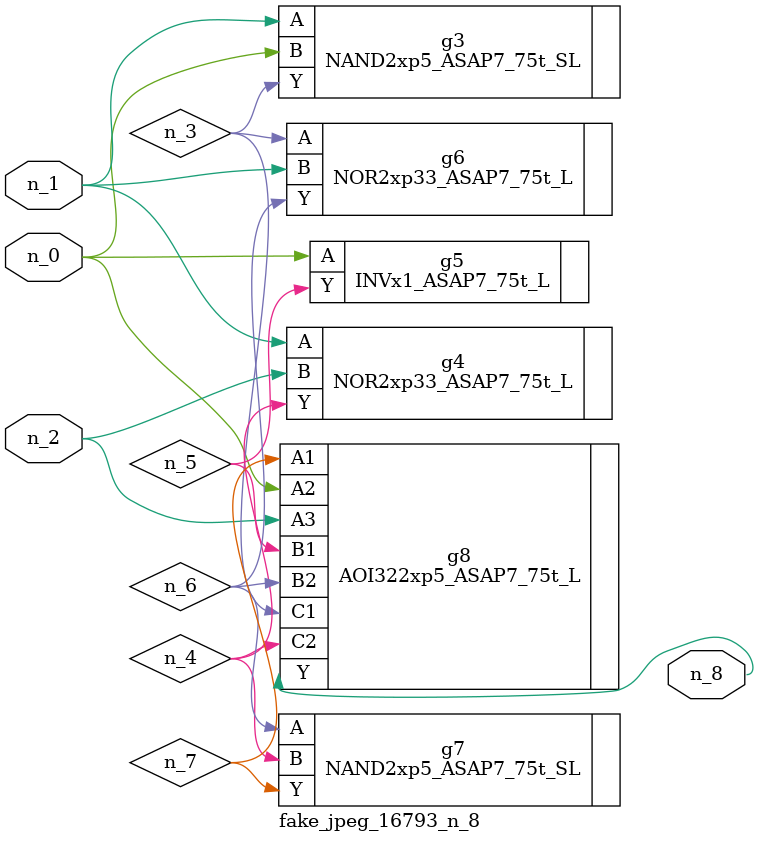
<source format=v>
module fake_jpeg_16793_n_8 (n_0, n_2, n_1, n_8);

input n_0;
input n_2;
input n_1;

output n_8;

wire n_3;
wire n_4;
wire n_6;
wire n_5;
wire n_7;

NAND2xp5_ASAP7_75t_SL g3 ( 
.A(n_1),
.B(n_0),
.Y(n_3)
);

NOR2xp33_ASAP7_75t_L g4 ( 
.A(n_1),
.B(n_2),
.Y(n_4)
);

INVx1_ASAP7_75t_L g5 ( 
.A(n_0),
.Y(n_5)
);

NOR2xp33_ASAP7_75t_L g6 ( 
.A(n_3),
.B(n_1),
.Y(n_6)
);

NAND2xp5_ASAP7_75t_SL g7 ( 
.A(n_6),
.B(n_4),
.Y(n_7)
);

AOI322xp5_ASAP7_75t_L g8 ( 
.A1(n_7),
.A2(n_0),
.A3(n_2),
.B1(n_5),
.B2(n_6),
.C1(n_3),
.C2(n_4),
.Y(n_8)
);


endmodule
</source>
